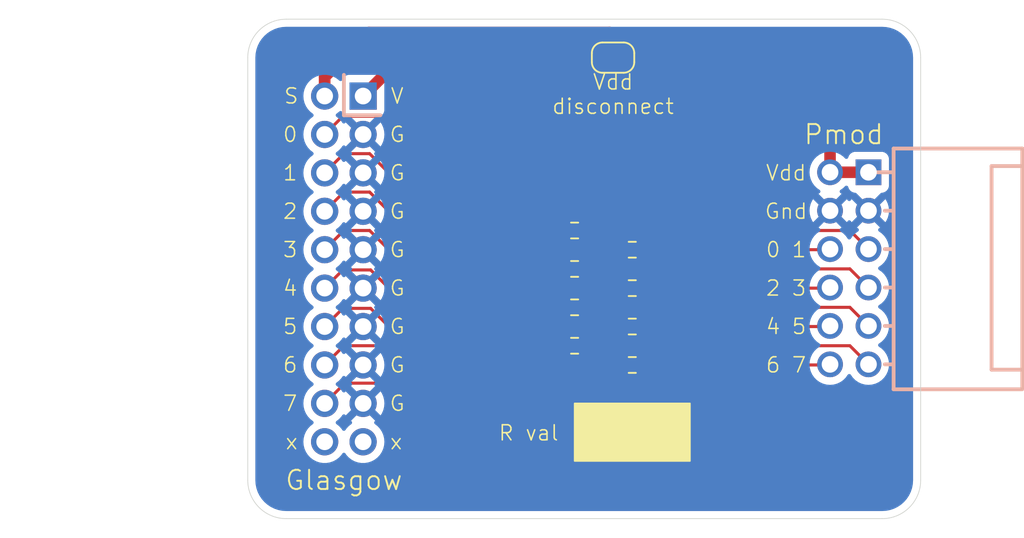
<source format=kicad_pcb>
(kicad_pcb (version 20240108) (generator "pcbnew") (generator_version "8.0")
  (layers (0 "F.Cu" signal) (31 "B.Cu" signal) (34 "B.Paste" user) (35 "F.Paste" user) (36 "B.SilkS" user "B.Silkscreen") (37 "F.SilkS" user "F.Silkscreen") (38 "B.Mask" user) (39 "F.Mask" user) (44 "Edge.Cuts" user))
  (net 0 "")
  (net 2 "GND")
  (net 3 "/VDD_GLASGOW")
  (net 5 "/VDD_PMOD")
  (net 6 "/IO1_PMOD")
  (net 7 "/IO7_PMOD")
  (net 8 "/IO6_PMOD")
  (net 9 "/IO3_PMOD")
  (net 10 "/IO5_PMOD")
  (net 11 "/IO4_PMOD")
  (net 12 "/IO2_PMOD")
  (net 13 "/IO0_PMOD")
  (net 14 "Net-(J1-Pad16)")
  (net 15 "Net-(J1-Pad4)")
  (net 16 "Net-(J1-Pad12)")
  (net 17 "Net-(J1-Pad14)")
  (net 18 "Net-(J1-Pad6)")
  (net 19 "Net-(J1-Pad10)")
  (net 20 "Net-(J1-Pad18)")
  (net 21 "Net-(J1-Pad8)")
  (footprint "Resistor_SMD:R_0603_1608Metric" (layer "F.Cu") (at 152.4 78.74 180)
    (property "Reference" "R1" (hide yes))
    (property "Value" "0")
    (fp_line (start -0.237258 0.5225) (end 0.237258 0.5225) (stroke (width 0.12)) (layer "F.SilkS"))
    (fp_line (start -0.237258 -0.5225) (end 0.237258 -0.5225) (stroke (width 0.12)) (layer "F.SilkS"))
    (pad "1" smd roundrect (at -0.825 0 180) (size 0.8 0.95) (layers "F.Cu" "F.Paste" "F.Mask") (net 13 "/IO0_PMOD"))
    (pad "2" smd roundrect (at 0.825 0 180) (size 0.8 0.95) (layers "F.Cu" "F.Paste" "F.Mask") (net 15 "Net-(J1-Pad4)"))
  )
  (footprint "Resistor_SMD:R_0603_1608Metric" (layer "F.Cu") (at 156.21 87.63 180)
    (property "Reference" "R8" (hide yes))
    (property "Value" "0")
    (fp_line (start -0.237258 0.5225) (end 0.237258 0.5225) (stroke (width 0.12)) (layer "F.SilkS"))
    (fp_line (start -0.237258 -0.5225) (end 0.237258 -0.5225) (stroke (width 0.12)) (layer "F.SilkS"))
    (pad "1" smd roundrect (at -0.825 0 180) (size 0.8 0.95) (layers "F.Cu" "F.Paste" "F.Mask") (net 7 "/IO7_PMOD"))
    (pad "2" smd roundrect (at 0.825 0 180) (size 0.8 0.95) (layers "F.Cu" "F.Paste" "F.Mask") (net 20 "Net-(J1-Pad18)"))
  )
  (footprint "Resistor_SMD:R_0603_1608Metric" (layer "F.Cu") (at 156.21 82.55 180)
    (property "Reference" "R4" (hide yes))
    (property "Value" "0")
    (fp_line (start -0.237258 0.5225) (end 0.237258 0.5225) (stroke (width 0.12)) (layer "F.SilkS"))
    (fp_line (start -0.237258 -0.5225) (end 0.237258 -0.5225) (stroke (width 0.12)) (layer "F.SilkS"))
    (pad "1" smd roundrect (at -0.825 0 180) (size 0.8 0.95) (layers "F.Cu" "F.Paste" "F.Mask") (net 9 "/IO3_PMOD"))
    (pad "2" smd roundrect (at 0.825 0 180) (size 0.8 0.95) (layers "F.Cu" "F.Paste" "F.Mask") (net 19 "Net-(J1-Pad10)"))
  )
  (footprint "Resistor_SMD:R_0603_1608Metric" (layer "F.Cu") (at 156.21 80.01 180)
    (property "Reference" "R2" (hide yes))
    (property "Value" "0")
    (fp_line (start -0.237258 0.5225) (end 0.237258 0.5225) (stroke (width 0.12)) (layer "F.SilkS"))
    (fp_line (start -0.237258 -0.5225) (end 0.237258 -0.5225) (stroke (width 0.12)) (layer "F.SilkS"))
    (pad "1" smd roundrect (at -0.825 0 180) (size 0.8 0.95) (layers "F.Cu" "F.Paste" "F.Mask") (net 6 "/IO1_PMOD"))
    (pad "2" smd roundrect (at 0.825 0 180) (size 0.8 0.95) (layers "F.Cu" "F.Paste" "F.Mask") (net 18 "Net-(J1-Pad6)"))
  )
  (footprint "Resistor_SMD:R_0603_1608Metric" (layer "F.Cu") (at 152.4 83.82 180)
    (property "Reference" "R5" (hide yes))
    (property "Value" "0")
    (fp_line (start -0.237258 0.5225) (end 0.237258 0.5225) (stroke (width 0.12)) (layer "F.SilkS"))
    (fp_line (start -0.237258 -0.5225) (end 0.237258 -0.5225) (stroke (width 0.12)) (layer "F.SilkS"))
    (pad "1" smd roundrect (at -0.825 0 180) (size 0.8 0.95) (layers "F.Cu" "F.Paste" "F.Mask") (net 11 "/IO4_PMOD"))
    (pad "2" smd roundrect (at 0.825 0 180) (size 0.8 0.95) (layers "F.Cu" "F.Paste" "F.Mask") (net 16 "Net-(J1-Pad12)"))
  )
  (footprint "Resistor_SMD:R_0603_1608Metric" (layer "F.Cu") (at 152.4 81.28 180)
    (property "Reference" "R3" (hide yes))
    (property "Value" "0")
    (fp_line (start -0.237258 0.5225) (end 0.237258 0.5225) (stroke (width 0.12)) (layer "F.SilkS"))
    (fp_line (start -0.237258 -0.5225) (end 0.237258 -0.5225) (stroke (width 0.12)) (layer "F.SilkS"))
    (pad "1" smd roundrect (at -0.825 0 180) (size 0.8 0.95) (layers "F.Cu" "F.Paste" "F.Mask") (net 12 "/IO2_PMOD"))
    (pad "2" smd roundrect (at 0.825 0 180) (size 0.8 0.95) (layers "F.Cu" "F.Paste" "F.Mask") (net 21 "Net-(J1-Pad8)"))
  )
  (footprint "Resistor_SMD:R_0603_1608Metric" (layer "F.Cu") (at 156.21 85.09 180)
    (property "Reference" "R6" (hide yes))
    (property "Value" "0")
    (fp_line (start -0.237258 0.5225) (end 0.237258 0.5225) (stroke (width 0.12)) (layer "F.SilkS"))
    (fp_line (start -0.237258 -0.5225) (end 0.237258 -0.5225) (stroke (width 0.12)) (layer "F.SilkS"))
    (pad "1" smd roundrect (at -0.825 0 180) (size 0.8 0.95) (layers "F.Cu" "F.Paste" "F.Mask") (net 10 "/IO5_PMOD"))
    (pad "2" smd roundrect (at 0.825 0 180) (size 0.8 0.95) (layers "F.Cu" "F.Paste" "F.Mask") (net 17 "Net-(J1-Pad14)"))
  )
  (footprint "Jumper:SolderJumper-2_P1.3mm_Bridged_RoundedPad1.0x1.5mm" (layer "F.Cu") (at 154.94 67.31 180)
    (property "Reference" "JP1" (hide yes))
    (property "Value" "SolderJumper_2_Bridged")
    (fp_poly (pts (xy 0.25 -0.3) (xy -0.25 -0.3) (xy -0.25 0.3) (xy 0.25 0.3)) (fill solid) (layer "F.Cu"))
    (fp_line (start 1.4 -0.3) (end 1.4 0.3) (stroke (width 0.12)) (layer "F.SilkS"))
    (fp_line (start 0.7 1) (end -0.7 1) (stroke (width 0.12)) (layer "F.SilkS"))
    (fp_line (start -0.7 -1) (end 0.7 -1) (stroke (width 0.12)) (layer "F.SilkS"))
    (fp_line (start -1.4 0.3) (end -1.4 -0.3) (stroke (width 0.12)) (layer "F.SilkS"))
    (fp_arc (start 1.4 0.3) (mid 1.194975 0.794975) (end 0.7 1) (stroke (width 0.12)) (layer "F.SilkS"))
    (fp_arc (start 0.7 -1) (mid 1.194975 -0.794975) (end 1.4 -0.3) (stroke (width 0.12)) (layer "F.SilkS"))
    (fp_arc (start -0.7 1) (mid -1.194975 0.794975) (end -1.4 0.3) (stroke (width 0.12)) (layer "F.SilkS"))
    (fp_arc (start -1.4 -0.3) (mid -1.194975 -0.794975) (end -0.7 -1) (stroke (width 0.12)) (layer "F.SilkS"))
    (pad "1" smd custom (at -0.65 0 180) (size 1 0.5) (layers "F.Cu" "F.Mask") (net 5 "/VDD_PMOD") (options (clearance outline) (anchor rect)) (primitives (gr_circle (center 0 0.25) (end 0.5 0.25) (width 0) (fill yes)) (gr_circle (center 0 -0.25) (end 0.5 -0.25) (width 0) (fill yes)) (gr_poly (pts (xy 0.5 0.75) (xy 0 0.75) (xy 0 -0.75) (xy 0.5 -0.75)) (width 0) (fill yes))))
    (pad "2" smd custom (at 0.65 0 180) (size 1 0.5) (layers "F.Cu" "F.Mask") (net 3 "/VDD_GLASGOW") (options (clearance outline) (anchor rect)) (primitives (gr_circle (center 0 0.25) (end 0.5 0.25) (width 0) (fill yes)) (gr_circle (center 0 -0.25) (end 0.5 -0.25) (width 0) (fill yes)) (gr_poly (pts (xy 0 0.75) (xy -0.5 0.75) (xy -0.5 -0.75) (xy 0 -0.75)) (width 0) (fill yes))))
  )
  (footprint "Resistor_SMD:R_0603_1608Metric" (layer "F.Cu") (at 152.4 86.36 180)
    (property "Reference" "R7" (hide yes))
    (property "Value" "0")
    (fp_line (start -0.237258 0.5225) (end 0.237258 0.5225) (stroke (width 0.12)) (layer "F.SilkS"))
    (fp_line (start -0.237258 -0.5225) (end 0.237258 -0.5225) (stroke (width 0.12)) (layer "F.SilkS"))
    (pad "1" smd roundrect (at -0.825 0 180) (size 0.8 0.95) (layers "F.Cu" "F.Paste" "F.Mask") (net 8 "/IO6_PMOD"))
    (pad "2" smd roundrect (at 0.825 0 180) (size 0.8 0.95) (layers "F.Cu" "F.Paste" "F.Mask") (net 14 "Net-(J1-Pad16)"))
  )
  (footprint "glasgow-pmod:HDR-TH_20P-P2.54-V-F-R2-C10-S2.54" (layer "B.Cu") (at 137.16 81.28 -90)
    (property "Reference" "J1" (hide yes))
    (property "Value" "~")
    (fp_line (start -10.16 0) (end -12.83 0) (stroke (width 0.25)) (layer "B.SilkS"))
    (fp_line (start -10.16 -2.41) (end -10.16 0) (stroke (width 0.25)) (layer "B.SilkS"))
    (pad "1" thru_hole rect (at -11.43 -1.27 270) (size 1.8 1.8) (drill 1.100023) (layers "*.Cu" "*.Mask") (net 3 "/VDD_GLASGOW"))
    (pad "2" thru_hole circle (at -11.43 1.27 270) (size 1.8 1.8) (drill 1.100023) (layers "*.Cu" "*.Mask") (net 5 "/VDD_PMOD"))
    (pad "3" thru_hole circle (at -8.89 -1.27 270) (size 1.8 1.8) (drill 1.100023) (layers "*.Cu" "*.Mask") (net 2 "GND"))
    (pad "4" thru_hole circle (at -8.89 1.27 270) (size 1.8 1.8) (drill 1.100023) (layers "*.Cu" "*.Mask") (net 15 "Net-(J1-Pad4)"))
    (pad "5" thru_hole circle (at -6.35 -1.27 270) (size 1.8 1.8) (drill 1.100023) (layers "*.Cu" "*.Mask") (net 2 "GND"))
    (pad "6" thru_hole circle (at -6.35 1.27 270) (size 1.8 1.8) (drill 1.100023) (layers "*.Cu" "*.Mask") (net 18 "Net-(J1-Pad6)"))
    (pad "7" thru_hole circle (at -3.81 -1.27 270) (size 1.8 1.8) (drill 1.100023) (layers "*.Cu" "*.Mask") (net 2 "GND"))
    (pad "8" thru_hole circle (at -3.81 1.27 270) (size 1.8 1.8) (drill 1.100023) (layers "*.Cu" "*.Mask") (net 21 "Net-(J1-Pad8)"))
    (pad "9" thru_hole circle (at -1.27 -1.27 270) (size 1.8 1.8) (drill 1.100023) (layers "*.Cu" "*.Mask") (net 2 "GND"))
    (pad "10" thru_hole circle (at -1.27 1.27 270) (size 1.8 1.8) (drill 1.100023) (layers "*.Cu" "*.Mask") (net 19 "Net-(J1-Pad10)"))
    (pad "11" thru_hole circle (at 1.27 -1.27 270) (size 1.8 1.8) (drill 1.100023) (layers "*.Cu" "*.Mask") (net 2 "GND"))
    (pad "12" thru_hole circle (at 1.27 1.27 270) (size 1.8 1.8) (drill 1.100023) (layers "*.Cu" "*.Mask") (net 16 "Net-(J1-Pad12)"))
    (pad "13" thru_hole circle (at 3.81 -1.27 270) (size 1.8 1.8) (drill 1.100023) (layers "*.Cu" "*.Mask") (net 2 "GND"))
    (pad "14" thru_hole circle (at 3.81 1.27 270) (size 1.8 1.8) (drill 1.100023) (layers "*.Cu" "*.Mask") (net 17 "Net-(J1-Pad14)"))
    (pad "15" thru_hole circle (at 6.35 -1.27 270) (size 1.8 1.8) (drill 1.100023) (layers "*.Cu" "*.Mask") (net 2 "GND"))
    (pad "16" thru_hole circle (at 6.35 1.27 270) (size 1.8 1.8) (drill 1.100023) (layers "*.Cu" "*.Mask") (net 14 "Net-(J1-Pad16)"))
    (pad "17" thru_hole circle (at 8.89 -1.27 270) (size 1.8 1.8) (drill 1.100023) (layers "*.Cu" "*.Mask") (net 2 "GND"))
    (pad "18" thru_hole circle (at 8.89 1.27 270) (size 1.8 1.8) (drill 1.100023) (layers "*.Cu" "*.Mask") (net 20 "Net-(J1-Pad18)"))
    (pad "19" thru_hole circle (at 11.43 -1.27 270) (size 1.8 1.8) (drill 1.100023) (layers "*.Cu" "*.Mask"))
    (pad "20" thru_hole circle (at 11.43 1.27 270) (size 1.8 1.8) (drill 1.100023) (layers "*.Cu" "*.Mask"))
  )
  (footprint "glasgow-pmod:HDR-TH_12P-P2.54-H-F-R2-C6-W8.5" (layer "B.Cu") (at 170.5425 81.24 -90)
    (property "Reference" "J2" (hide yes))
    (property "Value" "PM254-2-06-W-8.5")
    (fp_line (start -7.92 -2.93) (end -7.92 -11.43) (stroke (width 0.25)) (layer "B.SilkS"))
    (fp_line (start -6.35 -2.93) (end -6.35 -1.4) (stroke (width 0.25)) (layer "B.SilkS"))
    (fp_line (start -3.81 -2.93) (end -3.81 -2.35) (stroke (width 0.25)) (layer "B.SilkS"))
    (fp_line (start -1.27 -2.93) (end -1.27 -2.35) (stroke (width 0.25)) (layer "B.SilkS"))
    (fp_line (start 1.27 -2.93) (end 1.27 -2.35) (stroke (width 0.25)) (layer "B.SilkS"))
    (fp_line (start 3.81 -2.93) (end 3.81 -2.35) (stroke (width 0.25)) (layer "B.SilkS"))
    (fp_line (start 6.35 -2.93) (end 6.35 -2.35) (stroke (width 0.25)) (layer "B.SilkS"))
    (fp_line (start 7.92 -2.93) (end -7.92 -2.93) (stroke (width 0.25)) (layer "B.SilkS"))
    (fp_line (start -6.76 -9.4) (end -6.76 -11.43) (stroke (width 0.25)) (layer "B.SilkS"))
    (fp_line (start 6.7 -9.4) (end -6.76 -9.4) (stroke (width 0.25)) (layer "B.SilkS"))
    (fp_line (start 8 -11.42) (end 8 -2.92) (stroke (width 0.25)) (layer "B.SilkS"))
    (fp_line (start 6.7 -11.43) (end 6.7 -9.4) (stroke (width 0.25)) (layer "B.SilkS"))
    (fp_line (start 7.92 -11.43) (end -7.92 -11.43) (stroke (width 0.25)) (layer "B.SilkS"))
    (pad "1" thru_hole rect (at -6.35 -1.27 270) (size 1.7 1.7) (drill 1.100023) (layers "*.Cu" "*.Mask") (net 5 "/VDD_PMOD"))
    (pad "2" thru_hole circle (at -6.35 1.27 270) (size 1.7 1.7) (drill 1.100023) (layers "*.Cu" "*.Mask") (net 5 "/VDD_PMOD"))
    (pad "3" thru_hole circle (at -3.81 -1.27 270) (size 1.7 1.7) (drill 1.100023) (layers "*.Cu" "*.Mask") (net 2 "GND"))
    (pad "4" thru_hole circle (at -3.81 1.27 270) (size 1.7 1.7) (drill 1.100023) (layers "*.Cu" "*.Mask") (net 2 "GND"))
    (pad "5" thru_hole circle (at -1.27 -1.27 270) (size 1.7 1.7) (drill 1.100023) (layers "*.Cu" "*.Mask") (net 13 "/IO0_PMOD"))
    (pad "6" thru_hole circle (at -1.27 1.27 270) (size 1.7 1.7) (drill 1.100023) (layers "*.Cu" "*.Mask") (net 6 "/IO1_PMOD"))
    (pad "7" thru_hole circle (at 1.27 -1.27 270) (size 1.7 1.7) (drill 1.100023) (layers "*.Cu" "*.Mask") (net 12 "/IO2_PMOD"))
    (pad "8" thru_hole circle (at 1.27 1.27 270) (size 1.7 1.7) (drill 1.100023) (layers "*.Cu" "*.Mask") (net 9 "/IO3_PMOD"))
    (pad "9" thru_hole circle (at 3.81 -1.27 270) (size 1.7 1.7) (drill 1.100023) (layers "*.Cu" "*.Mask") (net 11 "/IO4_PMOD"))
    (pad "10" thru_hole circle (at 3.81 1.27 270) (size 1.7 1.7) (drill 1.100023) (layers "*.Cu" "*.Mask") (net 10 "/IO5_PMOD"))
    (pad "11" thru_hole circle (at 6.35 -1.27 270) (size 1.7 1.7) (drill 1.100023) (layers "*.Cu" "*.Mask") (net 8 "/IO6_PMOD"))
    (pad "12" thru_hole circle (at 6.35 1.27 270) (size 1.7 1.7) (drill 1.100023) (layers "*.Cu" "*.Mask") (net 7 "/IO7_PMOD"))
  )
  (gr_rect (start 152.4 90.17) (end 160.02 93.98) (stroke (width 0.1)) (fill solid) (layer "F.SilkS"))
  (gr_line (start 172.72 97.79) (end 133.35 97.79) (stroke (width 0.05)) (layer "Edge.Cuts"))
  (gr_arc (start 175.26 95.25) (mid 174.516051 97.046051) (end 172.72 97.79) (stroke (width 0.05)) (layer "Edge.Cuts"))
  (gr_arc (start 130.81 67.31) (mid 131.553949 65.513949) (end 133.35 64.77) (stroke (width 0.05)) (layer "Edge.Cuts"))
  (gr_line (start 133.35 64.77) (end 172.72 64.77) (stroke (width 0.05)) (layer "Edge.Cuts"))
  (gr_arc (start 172.72 64.77) (mid 174.516051 65.513949) (end 175.26 67.31) (stroke (width 0.05)) (layer "Edge.Cuts"))
  (gr_line (start 175.26 67.31) (end 175.26 95.25) (stroke (width 0.05)) (layer "Edge.Cuts"))
  (gr_line (start 130.81 95.25) (end 130.81 67.31) (stroke (width 0.05)) (layer "Edge.Cuts"))
  (gr_arc (start 133.35 97.79) (mid 131.553949 97.046051) (end 130.81 95.25) (stroke (width 0.05)) (layer "Edge.Cuts"))
  (gr_text "x        x" (at 137.16 92.71 0) (layer "F.SilkS") (effects (font (size 1 1) (thickness 0.1))))
  (gr_text "0 1" (at 166.37 80.01 0) (layer "F.SilkS") (effects (font (size 1 1) (thickness 0.1))))
  (gr_text "4        G" (at 137.16 82.55 0) (layer "F.SilkS") (effects (font (size 1 1) (thickness 0.1))))
  (gr_text "Glasgow" (at 137.16 95.25 0) (layer "F.SilkS") (effects (font (size 1.27 1.27) (thickness 0.127))))
  (gr_text "S        V" (at 137.16 69.85 0) (layer "F.SilkS") (effects (font (size 1 1) (thickness 0.1))))
  (gr_text "1        G" (at 137.16 74.93 0) (layer "F.SilkS") (effects (font (size 1 1) (thickness 0.1))))
  (gr_text "Vdd" (at 166.37 74.93 0) (layer "F.SilkS") (effects (font (size 1 1) (thickness 0.1))))
  (gr_text "Vdd\ndisconnect" (at 154.94 71.12 0) (layer "F.SilkS") (effects (font (size 1 1) (thickness 0.1)) (justify bottom)))
  (gr_text "2 3" (at 166.37 82.55 0) (layer "F.SilkS") (effects (font (size 1 1) (thickness 0.1))))
  (gr_text "3        G" (at 137.16 80.01 0) (layer "F.SilkS") (effects (font (size 1 1) (thickness 0.1))))
  (gr_text "0        G" (at 137.16 72.39 0) (layer "F.SilkS") (effects (font (size 1 1) (thickness 0.1))))
  (gr_text "5        G" (at 137.16 85.09 0) (layer "F.SilkS") (effects (font (size 1 1) (thickness 0.1))))
  (gr_text "Gnd" (at 166.37 77.47 0) (layer "F.SilkS") (effects (font (size 1 1) (thickness 0.1))))
  (gr_text "R val" (at 147.32 92.71 0) (layer "F.SilkS") (effects (font (size 1 1) (thickness 0.1)) (justify left bottom)))
  (gr_text "2        G" (at 137.16 77.47 0) (layer "F.SilkS") (effects (font (size 1 1) (thickness 0.1))))
  (gr_text "Pmod" (at 170.18 72.39 0) (layer "F.SilkS") (effects (font (size 1.27 1.27) (thickness 0.127))))
  (gr_text "6 7" (at 166.37 87.63 0) (layer "F.SilkS") (effects (font (size 1 1) (thickness 0.1))))
  (gr_text "4 5" (at 166.37 85.09 0) (layer "F.SilkS") (effects (font (size 1 1) (thickness 0.1))))
  (gr_text "7        G" (at 137.16 90.17 0) (layer "F.SilkS") (effects (font (size 1 1) (thickness 0.1))))
  (gr_text "6        G" (at 137.16 87.63 0) (layer "F.SilkS") (effects (font (size 1 1) (thickness 0.1))))
  (segment (start 140.97 67.31) (end 154.29 67.31) (width 0.762) (layer "F.Cu") (net 3))
  (segment (start 138.43 69.85) (end 140.97 67.31) (width 0.762) (layer "F.Cu") (net 3))
  (segment (start 135.89 69.85) (end 135.89 68.58) (width 0.762) (layer "F.Cu") (net 5))
  (segment (start 154.709731 65.651) (end 138.816208 65.651) (width 0.762) (layer "F.Cu") (net 5))
  (segment (start 135.89 68.58) (end 137.16 67.31) (width 0.762) (layer "F.Cu") (net 5))
  (segment (start 138.816208 65.651) (end 135.89 68.577208) (width 0.762) (layer "F.Cu") (net 5))
  (segment (start 156.21 67.31) (end 156.21 67.151269) (width 0.762) (layer "F.Cu") (net 5))
  (segment (start 171.8125 74.89) (end 169.2725 74.89) (width 0.762) (layer "F.Cu") (net 5))
  (segment (start 169.2725 74.89) (end 169.2725 70.2125) (width 0.762) (layer "F.Cu") (net 5))
  (segment (start 169.2725 70.2125) (end 166.37 67.31) (width 0.762) (layer "F.Cu") (net 5))
  (segment (start 166.37 67.31) (end 156.21 67.31) (width 0.762) (layer "F.Cu") (net 5))
  (segment (start 156.21 67.151269) (end 154.709731 65.651) (width 0.762) (layer "F.Cu") (net 5))
  (segment (start 135.89 68.577208) (end 135.89 69.85) (width 0.762) (layer "F.Cu") (net 5))
  (segment (start 156.21 67.31) (end 155.59 67.31) (width 0.762) (layer "F.Cu") (net 5))
  (segment (start 169.2325 80.01) (end 169.2725 79.97) (width 0.2032) (layer "F.Cu") (net 6))
  (segment (start 157.035 80.01) (end 169.2325 80.01) (width 0.2032) (layer "F.Cu") (net 6))
  (segment (start 157.035 87.63) (end 169.2325 87.63) (width 0.2032) (layer "F.Cu") (net 7))
  (segment (start 169.2325 87.63) (end 169.2725 87.59) (width 0.2032) (layer "F.Cu") (net 7))
  (segment (start 153.225 86.36) (end 170.5825 86.36) (width 0.2032) (layer "F.Cu") (net 8))
  (segment (start 170.5825 86.36) (end 171.8125 87.59) (width 0.2032) (layer "F.Cu") (net 8))
  (segment (start 169.2325 82.55) (end 169.2725 82.51) (width 0.2032) (layer "F.Cu") (net 9))
  (segment (start 157.035 82.55) (end 169.2325 82.55) (width 0.2032) (layer "F.Cu") (net 9))
  (segment (start 169.2325 85.09) (end 169.2725 85.05) (width 0.2032) (layer "F.Cu") (net 10))
  (segment (start 157.035 85.09) (end 169.2325 85.09) (width 0.2032) (layer "F.Cu") (net 10))
  (segment (start 153.225 83.82) (end 170.5825 83.82) (width 0.2032) (layer "F.Cu") (net 11))
  (segment (start 170.5825 83.82) (end 171.8125 85.05) (width 0.2032) (layer "F.Cu") (net 11))
  (segment (start 170.5825 81.28) (end 171.8125 82.51) (width 0.2032) (layer "F.Cu") (net 12))
  (segment (start 153.225 81.28) (end 170.5825 81.28) (width 0.2032) (layer "F.Cu") (net 12))
  (segment (start 153.225 78.74) (end 170.5825 78.74) (width 0.2032) (layer "F.Cu") (net 13))
  (segment (start 170.5825 78.74) (end 171.8125 79.97) (width 0.2032) (layer "F.Cu") (net 13))
  (segment (start 137.16 86.36) (end 135.89 87.63) (width 0.2032) (layer "F.Cu") (net 14))
  (segment (start 151.575 86.36) (end 137.16 86.36) (width 0.2032) (layer "F.Cu") (net 14))
  (segment (start 137.0916 71.1884) (end 135.89 72.39) (width 0.2032) (layer "F.Cu") (net 15))
  (segment (start 147.32 78.74) (end 139.7684 71.1884) (width 0.2032) (layer "F.Cu") (net 15))
  (segment (start 151.575 78.74) (end 147.32 78.74) (width 0.2032) (layer "F.Cu") (net 15))
  (segment (start 139.7684 71.1884) (end 137.0916 71.1884) (width 0.2032) (layer "F.Cu") (net 15))
  (segment (start 141.39932 83.82) (end 138.92772 81.3484) (width 0.2032) (layer "F.Cu") (net 16))
  (segment (start 137.0916 81.3484) (end 135.89 82.55) (width 0.2032) (layer "F.Cu") (net 16))
  (segment (start 151.575 83.82) (end 141.39932 83.82) (width 0.2032) (layer "F.Cu") (net 16))
  (segment (start 138.92772 81.3484) (end 137.0916 81.3484) (width 0.2032) (layer "F.Cu") (net 16))
  (segment (start 140.12932 85.09) (end 138.92772 83.8884) (width 0.2032) (layer "F.Cu") (net 17))
  (segment (start 155.385 85.09) (end 140.12932 85.09) (width 0.2032) (layer "F.Cu") (net 17))
  (segment (start 137.0916 83.8884) (end 135.89 85.09) (width 0.2032) (layer "F.Cu") (net 17))
  (segment (start 138.92772 83.8884) (end 137.0916 83.8884) (width 0.2032) (layer "F.Cu") (net 17))
  (segment (start 145.20932 80.01) (end 138.85932 73.66) (width 0.2032) (layer "F.Cu") (net 18))
  (segment (start 138.85932 73.66) (end 137.16 73.66) (width 0.2032) (layer "F.Cu") (net 18))
  (segment (start 137.16 73.66) (end 135.89 74.93) (width 0.2032) (layer "F.Cu") (net 18))
  (segment (start 155.385 80.01) (end 145.20932 80.01) (width 0.2032) (layer "F.Cu") (net 18))
  (segment (start 155.385 82.55) (end 142.66932 82.55) (width 0.2032) (layer "F.Cu") (net 19))
  (segment (start 137.16 78.74) (end 135.89 80.01) (width 0.2032) (layer "F.Cu") (net 19))
  (segment (start 138.85932 78.74) (end 137.16 78.74) (width 0.2032) (layer "F.Cu") (net 19))
  (segment (start 142.66932 82.55) (end 138.85932 78.74) (width 0.2032) (layer "F.Cu") (net 19))
  (segment (start 137.2284 88.8316) (end 135.89 90.17) (width 0.2032) (layer "F.Cu") (net 20))
  (segment (start 154.1834 88.8316) (end 137.2284 88.8316) (width 0.2032) (layer "F.Cu") (net 20))
  (segment (start 155.385 87.63) (end 154.1834 88.8316) (width 0.2032) (layer "F.Cu") (net 20))
  (segment (start 143.93932 81.28) (end 138.85932 76.2) (width 0.2032) (layer "F.Cu") (net 21))
  (segment (start 151.575 81.28) (end 143.93932 81.28) (width 0.2032) (layer "F.Cu") (net 21))
  (segment (start 138.85932 76.2) (end 137.16 76.2) (width 0.2032) (layer "F.Cu") (net 21))
  (segment (start 137.16 76.2) (end 135.89 77.47) (width 0.2032) (layer "F.Cu") (net 21))
  (zone (net 2) (net_name "GND") (layer "B.Cu") (connect_pads (clearance 0.5)) (min_thickness 0.25) (fill yes (thermal_gap 0.5) (thermal_bridge_width 0.5))
    (polygon (pts (xy 129.54 63.5) (xy 176.53 63.5) (xy 176.53 99.06) (xy 129.54 99.06)))
  )
)
</source>
